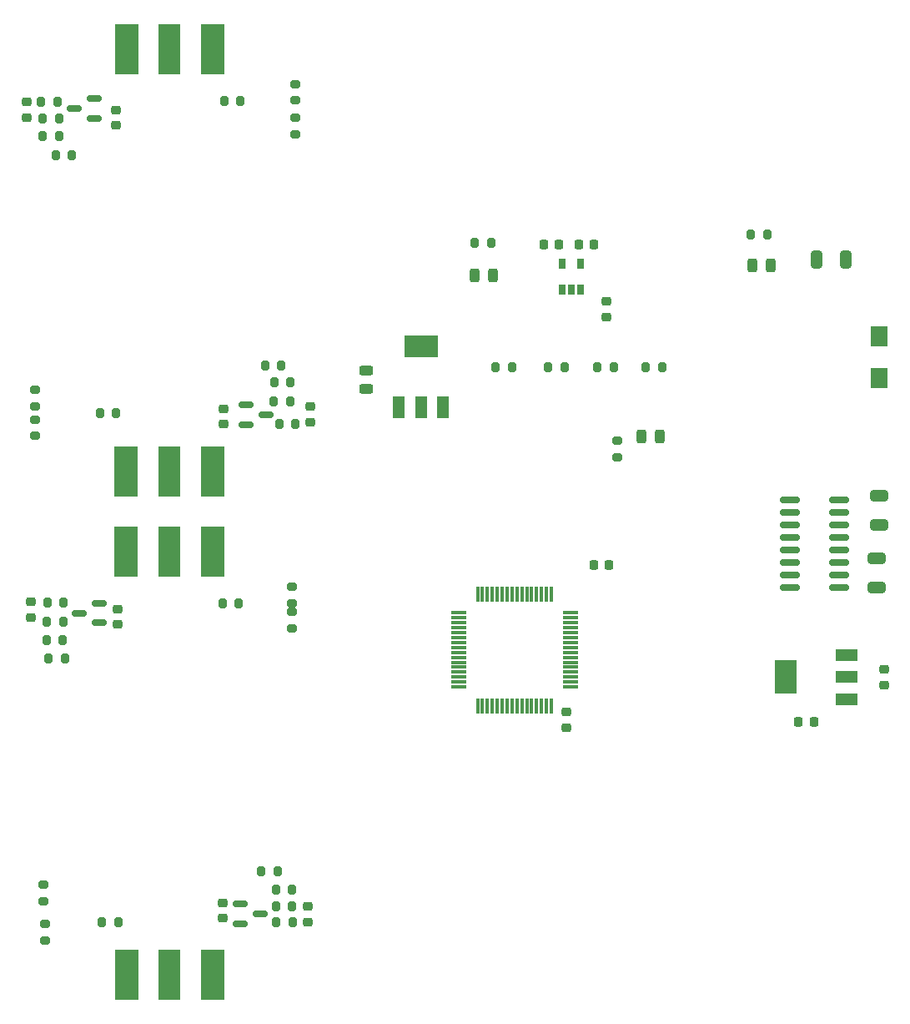
<source format=gbr>
%TF.GenerationSoftware,KiCad,Pcbnew,7.0.9*%
%TF.CreationDate,2023-12-08T23:53:58+01:00*%
%TF.ProjectId,SMPS_V1_data,534d5053-5f56-4315-9f64-6174612e6b69,rev?*%
%TF.SameCoordinates,Original*%
%TF.FileFunction,Paste,Top*%
%TF.FilePolarity,Positive*%
%FSLAX46Y46*%
G04 Gerber Fmt 4.6, Leading zero omitted, Abs format (unit mm)*
G04 Created by KiCad (PCBNEW 7.0.9) date 2023-12-08 23:53:58*
%MOMM*%
%LPD*%
G01*
G04 APERTURE LIST*
G04 Aperture macros list*
%AMRoundRect*
0 Rectangle with rounded corners*
0 $1 Rounding radius*
0 $2 $3 $4 $5 $6 $7 $8 $9 X,Y pos of 4 corners*
0 Add a 4 corners polygon primitive as box body*
4,1,4,$2,$3,$4,$5,$6,$7,$8,$9,$2,$3,0*
0 Add four circle primitives for the rounded corners*
1,1,$1+$1,$2,$3*
1,1,$1+$1,$4,$5*
1,1,$1+$1,$6,$7*
1,1,$1+$1,$8,$9*
0 Add four rect primitives between the rounded corners*
20,1,$1+$1,$2,$3,$4,$5,0*
20,1,$1+$1,$4,$5,$6,$7,0*
20,1,$1+$1,$6,$7,$8,$9,0*
20,1,$1+$1,$8,$9,$2,$3,0*%
G04 Aperture macros list end*
%ADD10RoundRect,0.200000X0.200000X0.275000X-0.200000X0.275000X-0.200000X-0.275000X0.200000X-0.275000X0*%
%ADD11RoundRect,0.200000X-0.200000X-0.275000X0.200000X-0.275000X0.200000X0.275000X-0.200000X0.275000X0*%
%ADD12RoundRect,0.075000X0.700000X0.075000X-0.700000X0.075000X-0.700000X-0.075000X0.700000X-0.075000X0*%
%ADD13RoundRect,0.075000X0.075000X0.700000X-0.075000X0.700000X-0.075000X-0.700000X0.075000X-0.700000X0*%
%ADD14RoundRect,0.243750X-0.243750X-0.456250X0.243750X-0.456250X0.243750X0.456250X-0.243750X0.456250X0*%
%ADD15RoundRect,0.225000X0.250000X-0.225000X0.250000X0.225000X-0.250000X0.225000X-0.250000X-0.225000X0*%
%ADD16R,2.290000X5.080000*%
%ADD17R,2.420000X5.080000*%
%ADD18RoundRect,0.243750X0.243750X0.456250X-0.243750X0.456250X-0.243750X-0.456250X0.243750X-0.456250X0*%
%ADD19RoundRect,0.225000X-0.225000X-0.250000X0.225000X-0.250000X0.225000X0.250000X-0.225000X0.250000X0*%
%ADD20RoundRect,0.243750X-0.456250X0.243750X-0.456250X-0.243750X0.456250X-0.243750X0.456250X0.243750X0*%
%ADD21RoundRect,0.225000X-0.250000X0.225000X-0.250000X-0.225000X0.250000X-0.225000X0.250000X0.225000X0*%
%ADD22RoundRect,0.150000X0.587500X0.150000X-0.587500X0.150000X-0.587500X-0.150000X0.587500X-0.150000X0*%
%ADD23RoundRect,0.200000X-0.275000X0.200000X-0.275000X-0.200000X0.275000X-0.200000X0.275000X0.200000X0*%
%ADD24RoundRect,0.250000X-0.650000X0.325000X-0.650000X-0.325000X0.650000X-0.325000X0.650000X0.325000X0*%
%ADD25R,1.700000X2.090000*%
%ADD26RoundRect,0.200000X0.275000X-0.200000X0.275000X0.200000X-0.275000X0.200000X-0.275000X-0.200000X0*%
%ADD27RoundRect,0.150000X-0.825000X-0.150000X0.825000X-0.150000X0.825000X0.150000X-0.825000X0.150000X0*%
%ADD28RoundRect,0.225000X0.225000X0.250000X-0.225000X0.250000X-0.225000X-0.250000X0.225000X-0.250000X0*%
%ADD29RoundRect,0.150000X-0.587500X-0.150000X0.587500X-0.150000X0.587500X0.150000X-0.587500X0.150000X0*%
%ADD30R,1.200000X2.200000*%
%ADD31R,3.500000X2.200000*%
%ADD32R,2.200000X1.200000*%
%ADD33R,2.200000X3.500000*%
%ADD34RoundRect,0.250000X0.325000X0.650000X-0.325000X0.650000X-0.325000X-0.650000X0.325000X-0.650000X0*%
%ADD35R,0.660000X1.100000*%
G04 APERTURE END LIST*
D10*
%TO.C,R36*%
X77325200Y-48818800D03*
X75675200Y-48818800D03*
%TD*%
%TO.C,R35*%
X75825000Y-43400000D03*
X74175000Y-43400000D03*
%TD*%
D11*
%TO.C,R38*%
X74375000Y-46900000D03*
X76025000Y-46900000D03*
%TD*%
D12*
%TO.C,U3*%
X127922000Y-102743000D03*
X127922000Y-102243000D03*
X127922000Y-101743000D03*
X127922000Y-101243000D03*
X127922000Y-100743000D03*
X127922000Y-100243000D03*
X127922000Y-99743000D03*
X127922000Y-99243000D03*
X127922000Y-98743000D03*
X127922000Y-98243000D03*
X127922000Y-97743000D03*
X127922000Y-97243000D03*
X127922000Y-96743000D03*
X127922000Y-96243000D03*
X127922000Y-95743000D03*
X127922000Y-95243000D03*
D13*
X125997000Y-93318000D03*
X125497000Y-93318000D03*
X124997000Y-93318000D03*
X124497000Y-93318000D03*
X123997000Y-93318000D03*
X123497000Y-93318000D03*
X122997000Y-93318000D03*
X122497000Y-93318000D03*
X121997000Y-93318000D03*
X121497000Y-93318000D03*
X120997000Y-93318000D03*
X120497000Y-93318000D03*
X119997000Y-93318000D03*
X119497000Y-93318000D03*
X118997000Y-93318000D03*
X118497000Y-93318000D03*
D12*
X116572000Y-95243000D03*
X116572000Y-95743000D03*
X116572000Y-96243000D03*
X116572000Y-96743000D03*
X116572000Y-97243000D03*
X116572000Y-97743000D03*
X116572000Y-98243000D03*
X116572000Y-98743000D03*
X116572000Y-99243000D03*
X116572000Y-99743000D03*
X116572000Y-100243000D03*
X116572000Y-100743000D03*
X116572000Y-101243000D03*
X116572000Y-101743000D03*
X116572000Y-102243000D03*
X116572000Y-102743000D03*
D13*
X118497000Y-104668000D03*
X118997000Y-104668000D03*
X119497000Y-104668000D03*
X119997000Y-104668000D03*
X120497000Y-104668000D03*
X120997000Y-104668000D03*
X121497000Y-104668000D03*
X121997000Y-104668000D03*
X122497000Y-104668000D03*
X122997000Y-104668000D03*
X123497000Y-104668000D03*
X123997000Y-104668000D03*
X124497000Y-104668000D03*
X124997000Y-104668000D03*
X125497000Y-104668000D03*
X125997000Y-104668000D03*
%TD*%
D14*
%TO.C,D4*%
X146380100Y-59965600D03*
X148255100Y-59965600D03*
%TD*%
D15*
%TO.C,C6*%
X127494000Y-106854000D03*
X127494000Y-105304000D03*
%TD*%
D10*
%TO.C,R44*%
X94275000Y-94300000D03*
X92625000Y-94300000D03*
%TD*%
D11*
%TO.C,R33*%
X98025000Y-125018800D03*
X99675000Y-125018800D03*
%TD*%
D10*
%TO.C,R29*%
X76424000Y-96113600D03*
X74774000Y-96113600D03*
%TD*%
D16*
%TO.C,J30*%
X87200000Y-80920000D03*
D17*
X82820000Y-80920000D03*
X91580000Y-80920000D03*
%TD*%
D16*
%TO.C,J32*%
X87250000Y-131930000D03*
D17*
X82870000Y-131930000D03*
X91630000Y-131930000D03*
%TD*%
D10*
%TO.C,R27*%
X76618600Y-99847400D03*
X74968600Y-99847400D03*
%TD*%
D11*
%TO.C,R30*%
X74761800Y-97993200D03*
X76411800Y-97993200D03*
%TD*%
D18*
%TO.C,D5*%
X137027500Y-77360000D03*
X135152500Y-77360000D03*
%TD*%
D16*
%TO.C,J31*%
X87200000Y-89060000D03*
D17*
X91580000Y-89060000D03*
X82820000Y-89060000D03*
%TD*%
D19*
%TO.C,C4*%
X125195000Y-57832000D03*
X126745000Y-57832000D03*
%TD*%
D10*
%TO.C,R4*%
X137209000Y-70291000D03*
X135559000Y-70291000D03*
%TD*%
D20*
%TO.C,C1*%
X107174000Y-70623500D03*
X107174000Y-72498500D03*
%TD*%
D21*
%TO.C,C18*%
X92600000Y-124675000D03*
X92600000Y-126225000D03*
%TD*%
D11*
%TO.C,R43*%
X80375000Y-126600000D03*
X82025000Y-126600000D03*
%TD*%
D15*
%TO.C,C16*%
X82000000Y-96375000D03*
X82000000Y-94825000D03*
%TD*%
D22*
%TO.C,D8*%
X79616000Y-45050000D03*
X77584000Y-44100000D03*
X79616000Y-43084000D03*
%TD*%
D15*
%TO.C,C21*%
X72700000Y-44975000D03*
X72700000Y-43425000D03*
%TD*%
D10*
%TO.C,R34*%
X99675000Y-123300000D03*
X98025000Y-123300000D03*
%TD*%
D23*
%TO.C,R53*%
X100033800Y-45022000D03*
X100033800Y-46672000D03*
%TD*%
D24*
%TO.C,C9*%
X158990000Y-89680000D03*
X158990000Y-92630000D03*
%TD*%
D22*
%TO.C,D6*%
X80116000Y-96250000D03*
X78084000Y-95300000D03*
X80116000Y-94284000D03*
%TD*%
D24*
%TO.C,C10*%
X159244000Y-83330000D03*
X159244000Y-86280000D03*
%TD*%
D25*
%TO.C,D1*%
X159269400Y-71417400D03*
X159269400Y-67157400D03*
%TD*%
D11*
%TO.C,R41*%
X97837200Y-73787000D03*
X99487200Y-73787000D03*
%TD*%
D26*
%TO.C,R52*%
X73541600Y-74281800D03*
X73541600Y-72631800D03*
%TD*%
D21*
%TO.C,C19*%
X101300000Y-125025000D03*
X101300000Y-126575000D03*
%TD*%
D10*
%TO.C,R3*%
X127303000Y-70291000D03*
X125653000Y-70291000D03*
%TD*%
%TO.C,R24*%
X147876400Y-56866800D03*
X146226400Y-56866800D03*
%TD*%
%TO.C,R37*%
X76025000Y-45100000D03*
X74375000Y-45100000D03*
%TD*%
D11*
%TO.C,R31*%
X98075000Y-126593600D03*
X99725000Y-126593600D03*
%TD*%
%TO.C,R25*%
X118235600Y-57730400D03*
X119885600Y-57730400D03*
%TD*%
D26*
%TO.C,R47*%
X74422000Y-124472200D03*
X74422000Y-122822200D03*
%TD*%
D23*
%TO.C,R48*%
X74583000Y-126810000D03*
X74583000Y-128460000D03*
%TD*%
D10*
%TO.C,R28*%
X76481800Y-94183800D03*
X74831800Y-94183800D03*
%TD*%
D26*
%TO.C,R50*%
X99618800Y-94246200D03*
X99618800Y-92596200D03*
%TD*%
D21*
%TO.C,C22*%
X92700000Y-74525000D03*
X92700000Y-76075000D03*
%TD*%
D11*
%TO.C,R40*%
X96948200Y-70104000D03*
X98598200Y-70104000D03*
%TD*%
D26*
%TO.C,R54*%
X100033800Y-43243000D03*
X100033800Y-41593000D03*
%TD*%
D15*
%TO.C,C20*%
X81800000Y-45775000D03*
X81800000Y-44225000D03*
%TD*%
D21*
%TO.C,C23*%
X101500000Y-74325000D03*
X101500000Y-75875000D03*
%TD*%
D14*
%TO.C,D3*%
X118163000Y-60981600D03*
X120038000Y-60981600D03*
%TD*%
D11*
%TO.C,R46*%
X80175000Y-75000000D03*
X81825000Y-75000000D03*
%TD*%
D27*
%TO.C,U4*%
X150230000Y-83740000D03*
X150230000Y-85010000D03*
X150230000Y-86280000D03*
X150230000Y-87550000D03*
X150230000Y-88820000D03*
X150230000Y-90090000D03*
X150230000Y-91360000D03*
X150230000Y-92630000D03*
X155180000Y-92630000D03*
X155180000Y-91360000D03*
X155180000Y-90090000D03*
X155180000Y-88820000D03*
X155180000Y-87550000D03*
X155180000Y-86280000D03*
X155180000Y-85010000D03*
X155180000Y-83740000D03*
%TD*%
D28*
%TO.C,C5*%
X131825000Y-90357000D03*
X130275000Y-90357000D03*
%TD*%
D10*
%TO.C,R1*%
X132320000Y-70291000D03*
X130670000Y-70291000D03*
%TD*%
D21*
%TO.C,C11*%
X159752000Y-100999000D03*
X159752000Y-102549000D03*
%TD*%
D26*
%TO.C,R26*%
X132700000Y-79425000D03*
X132700000Y-77775000D03*
%TD*%
D19*
%TO.C,C8*%
X151090000Y-106274000D03*
X152640000Y-106274000D03*
%TD*%
D29*
%TO.C,D9*%
X94984000Y-74150000D03*
X97016000Y-75100000D03*
X94984000Y-76116000D03*
%TD*%
D30*
%TO.C,U2*%
X110462000Y-74407000D03*
D31*
X112762000Y-68207000D03*
D30*
X112762000Y-74407000D03*
X114962000Y-74407000D03*
%TD*%
D32*
%TO.C,U5*%
X155942000Y-103988000D03*
D33*
X149742000Y-101688000D03*
D32*
X155942000Y-101688000D03*
X155942000Y-99488000D03*
%TD*%
D11*
%TO.C,R39*%
X98375000Y-76100000D03*
X100025000Y-76100000D03*
%TD*%
D10*
%TO.C,R2*%
X121969000Y-70291000D03*
X120319000Y-70291000D03*
%TD*%
D34*
%TO.C,C7*%
X155844000Y-59356000D03*
X152894000Y-59356000D03*
%TD*%
D23*
%TO.C,R51*%
X73558400Y-75629000D03*
X73558400Y-77279000D03*
%TD*%
D10*
%TO.C,R42*%
X99499400Y-71805800D03*
X97849400Y-71805800D03*
%TD*%
D28*
%TO.C,C3*%
X130301000Y-57832000D03*
X128751000Y-57832000D03*
%TD*%
D23*
%TO.C,R49*%
X99618800Y-95136200D03*
X99618800Y-96786200D03*
%TD*%
D35*
%TO.C,U1*%
X127052000Y-62421000D03*
X128002000Y-62421000D03*
X128952000Y-62421000D03*
X128952000Y-59821000D03*
X127052000Y-59821000D03*
%TD*%
D29*
%TO.C,D7*%
X94384000Y-124780000D03*
X96416000Y-125730000D03*
X94384000Y-126746000D03*
%TD*%
D10*
%TO.C,R45*%
X94425000Y-43332400D03*
X92775000Y-43332400D03*
%TD*%
D11*
%TO.C,R32*%
X96533200Y-121412000D03*
X98183200Y-121412000D03*
%TD*%
D15*
%TO.C,C17*%
X73160600Y-95681800D03*
X73160600Y-94131800D03*
%TD*%
D16*
%TO.C,J29*%
X87250000Y-38070000D03*
D17*
X91630000Y-38070000D03*
X82870000Y-38070000D03*
%TD*%
D15*
%TO.C,C2*%
X131558000Y-65211000D03*
X131558000Y-63661000D03*
%TD*%
M02*

</source>
